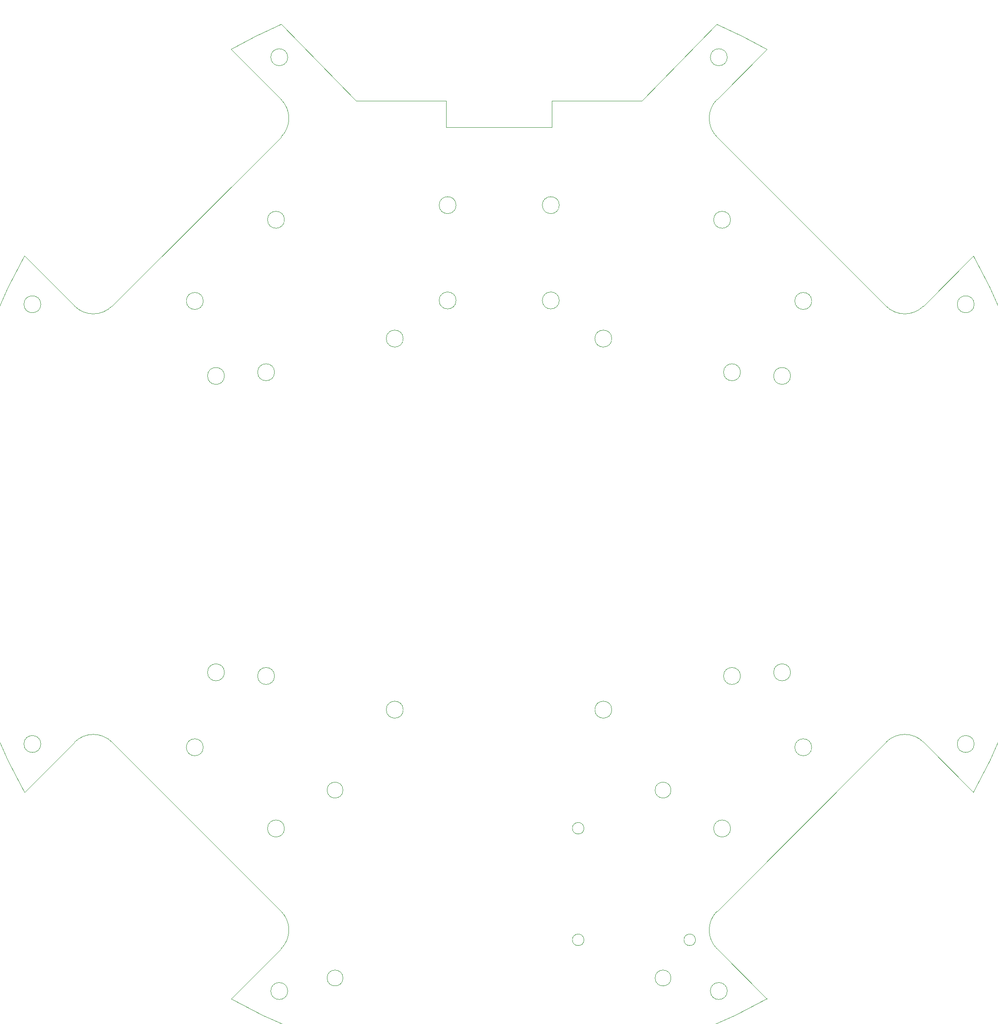
<source format=gbr>
%TF.GenerationSoftware,KiCad,Pcbnew,7.0.6-0*%
%TF.CreationDate,2023-09-15T15:09:58+10:00*%
%TF.ProjectId,Main 3.1,4d61696e-2033-42e3-912e-6b696361645f,rev?*%
%TF.SameCoordinates,Original*%
%TF.FileFunction,Profile,NP*%
%FSLAX46Y46*%
G04 Gerber Fmt 4.6, Leading zero omitted, Abs format (unit mm)*
G04 Created by KiCad (PCBNEW 7.0.6-0) date 2023-09-15 15:09:58*
%MOMM*%
%LPD*%
G01*
G04 APERTURE LIST*
%TA.AperFunction,Profile*%
%ADD10C,0.050000*%
%TD*%
G04 APERTURE END LIST*
D10*
%TO.C,U14*%
X166051200Y-207459000D02*
G75*
G03*
X166051200Y-207459000I-1092200J0D01*
G01*
X166051200Y-228541000D02*
G75*
G03*
X166051200Y-228541000I-1092200J0D01*
G01*
X187133200Y-228541000D02*
G75*
G03*
X187133200Y-228541000I-1092200J0D01*
G01*
%TO.C,REF\u002A\u002A*%
X60315433Y-200652535D02*
X69778827Y-191189141D01*
X69778827Y-108811201D02*
X60315433Y-99347807D01*
X76849895Y-191189141D02*
X108811121Y-223150367D01*
X99347727Y-60315512D02*
X108811121Y-69778907D01*
X108811121Y-76849975D02*
X76849895Y-108811201D01*
X108811121Y-230221435D02*
X99347727Y-239684830D01*
X123000398Y-70000484D02*
X108822349Y-55589401D01*
X140000091Y-70000484D02*
X123000398Y-70000484D01*
X140000091Y-75000170D02*
X140000091Y-70000484D01*
X160000091Y-70000484D02*
X160000091Y-75000170D01*
X160000091Y-75000170D02*
X140000091Y-75000170D01*
X176999784Y-70000484D02*
X160000091Y-70000484D01*
X191177833Y-55589401D02*
X176999784Y-70000484D01*
X191189061Y-69778907D02*
X200652455Y-60315512D01*
X191189061Y-223150367D02*
X223150287Y-191189141D01*
X200652455Y-239684830D02*
X191189061Y-230221435D01*
X223150287Y-108811201D02*
X191189061Y-76849975D01*
X230221355Y-191189141D02*
X239684750Y-200652535D01*
X239684750Y-99347807D02*
X230221355Y-108811201D01*
X60315433Y-99347807D02*
G75*
G03*
X60315434Y-200652535I89684657J-50652363D01*
G01*
X76849895Y-191189141D02*
G75*
G03*
X69778827Y-191189141I-3535534J-3535534D01*
G01*
X69778827Y-108811201D02*
G75*
G03*
X76849895Y-108811201I3535534J3535534D01*
G01*
X108822349Y-55589401D02*
G75*
G03*
X99347727Y-60315512I41177651J-94410599D01*
G01*
X108811121Y-76849975D02*
G75*
G03*
X108811121Y-69778907I-3535531J3535534D01*
G01*
X108811121Y-230221435D02*
G75*
G03*
X108811121Y-223150367I-3535531J3535534D01*
G01*
X200652453Y-60315515D02*
G75*
G03*
X191177833Y-55589401I-50651853J-89683585D01*
G01*
X191189060Y-69778906D02*
G75*
G03*
X191189061Y-76849975I3535530J-3535534D01*
G01*
X191189060Y-223150366D02*
G75*
G03*
X191189061Y-230221435I3535540J-3535534D01*
G01*
X99347727Y-239684830D02*
G75*
G03*
X200652455Y-239684830I50652364J89684660D01*
G01*
X230221355Y-191189141D02*
G75*
G03*
X223150287Y-191189141I-3535534J-3535534D01*
G01*
X223150287Y-108811201D02*
G75*
G03*
X230221355Y-108811201I3535534J3535534D01*
G01*
X239684749Y-200652534D02*
G75*
G03*
X239684750Y-99347807I-89684659J50652364D01*
G01*
X63391651Y-108460779D02*
G75*
G03*
X63391651Y-108460779I-1600000J0D01*
G01*
X63391651Y-191539563D02*
G75*
G03*
X63391651Y-191539563I-1600000J0D01*
G01*
X94094632Y-107838930D02*
G75*
G03*
X94094632Y-107838930I-1600000J0D01*
G01*
X94094632Y-192161414D02*
G75*
G03*
X94094632Y-192161414I-1600000J0D01*
G01*
X98100090Y-122000171D02*
G75*
G03*
X98100090Y-122000171I-1600000J0D01*
G01*
X98100090Y-178000172D02*
G75*
G03*
X98100090Y-178000172I-1600000J0D01*
G01*
X107565016Y-121309314D02*
G75*
G03*
X107565016Y-121309314I-1600000J0D01*
G01*
X107565016Y-178691030D02*
G75*
G03*
X107565016Y-178691030I-1600000J0D01*
G01*
X109438849Y-92494713D02*
G75*
G03*
X109438849Y-92494713I-1600000J0D01*
G01*
X109438849Y-207505631D02*
G75*
G03*
X109438849Y-207505631I-1600000J0D01*
G01*
X110060699Y-61791731D02*
G75*
G03*
X110060699Y-61791731I-1600000J0D01*
G01*
X110060699Y-238208611D02*
G75*
G03*
X110060699Y-238208611I-1600000J0D01*
G01*
X131889490Y-114945353D02*
G75*
G03*
X131889490Y-114945353I-1600000J0D01*
G01*
X131889490Y-185054991D02*
G75*
G03*
X131889490Y-185054991I-1600000J0D01*
G01*
X141882277Y-89737854D02*
G75*
G03*
X141882277Y-89737854I-1600000J0D01*
G01*
X141882277Y-107737854D02*
G75*
G03*
X141882277Y-107737854I-1600000J0D01*
G01*
X161382277Y-89737854D02*
G75*
G03*
X161382277Y-89737854I-1600000J0D01*
G01*
X161382277Y-107737854D02*
G75*
G03*
X161382277Y-107737854I-1600000J0D01*
G01*
X171310693Y-114945353D02*
G75*
G03*
X171310693Y-114945353I-1600000J0D01*
G01*
X171310693Y-185054991D02*
G75*
G03*
X171310693Y-185054991I-1600000J0D01*
G01*
X193139484Y-61791731D02*
G75*
G03*
X193139484Y-61791731I-1600000J0D01*
G01*
X193139484Y-238208611D02*
G75*
G03*
X193139484Y-238208611I-1600000J0D01*
G01*
X193761333Y-92494713D02*
G75*
G03*
X193761333Y-92494713I-1600000J0D01*
G01*
X193761333Y-207505631D02*
G75*
G03*
X193761333Y-207505631I-1600000J0D01*
G01*
X195635166Y-121309314D02*
G75*
G03*
X195635166Y-121309314I-1600000J0D01*
G01*
X195635166Y-178691030D02*
G75*
G03*
X195635166Y-178691030I-1600000J0D01*
G01*
X205100092Y-122000171D02*
G75*
G03*
X205100092Y-122000171I-1600000J0D01*
G01*
X205100092Y-178000172D02*
G75*
G03*
X205100092Y-178000172I-1600000J0D01*
G01*
X209105550Y-107838930D02*
G75*
G03*
X209105550Y-107838930I-1600000J0D01*
G01*
X209105550Y-192161414D02*
G75*
G03*
X209105550Y-192161414I-1600000J0D01*
G01*
X239808531Y-108460779D02*
G75*
G03*
X239808531Y-108460779I-1600000J0D01*
G01*
X239808531Y-191539563D02*
G75*
G03*
X239808531Y-191539563I-1600000J0D01*
G01*
%TO.C,U9*%
X120500000Y-200250000D02*
G75*
G03*
X120500000Y-200250000I-1500000J0D01*
G01*
X120500000Y-235750000D02*
G75*
G03*
X120500000Y-235750000I-1500000J0D01*
G01*
X182500000Y-200250000D02*
G75*
G03*
X182500000Y-200250000I-1500000J0D01*
G01*
X182500000Y-235750000D02*
G75*
G03*
X182500000Y-235750000I-1500000J0D01*
G01*
%TD*%
M02*

</source>
